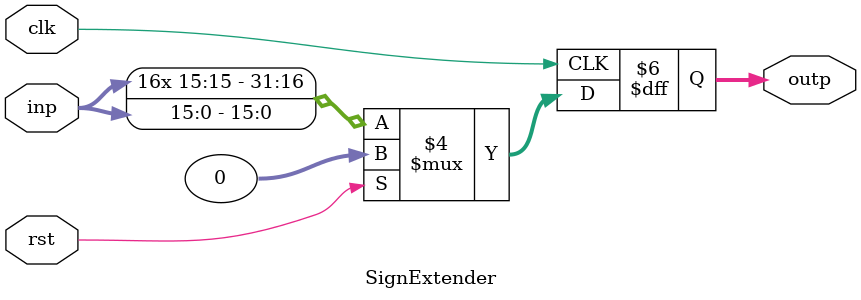
<source format=v>
`timescale 1ns/1ps

module SignExtender
                (
                    input wire clk,
                    input wire rst,
                    input wire [16-1:0]inp,
                    output reg [32-1:0]outp
                );

always@(posedge clk)
    begin
        if(rst == 1)
            outp <= 0;
        else
            outp = {{16{inp[16-1]}}, inp};
    end

endmodule
</source>
